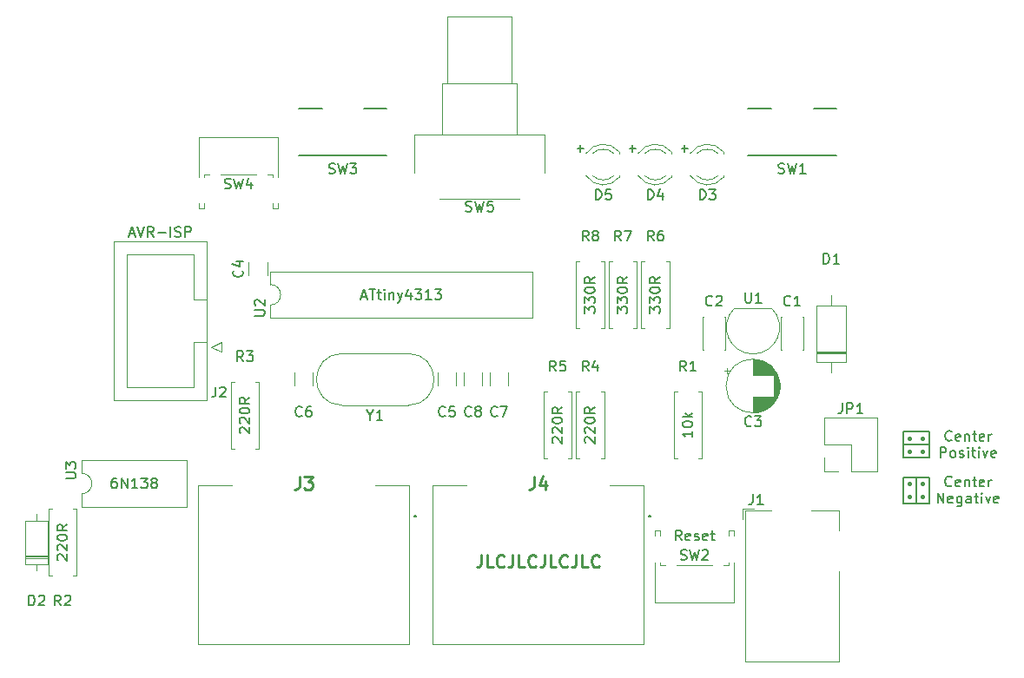
<source format=gbr>
%TF.GenerationSoftware,KiCad,Pcbnew,(6.0.11)*%
%TF.CreationDate,2023-08-23T01:54:35-07:00*%
%TF.ProjectId,miditwiddle,6d696469-7477-4696-9464-6c652e6b6963,rev?*%
%TF.SameCoordinates,PX9157080PY60e4b00*%
%TF.FileFunction,Legend,Top*%
%TF.FilePolarity,Positive*%
%FSLAX46Y46*%
G04 Gerber Fmt 4.6, Leading zero omitted, Abs format (unit mm)*
G04 Created by KiCad (PCBNEW (6.0.11)) date 2023-08-23 01:54:35*
%MOMM*%
%LPD*%
G01*
G04 APERTURE LIST*
%ADD10C,0.150000*%
%ADD11C,0.381000*%
%ADD12C,0.250000*%
%ADD13C,0.254000*%
%ADD14C,0.120000*%
%ADD15C,0.100000*%
%ADD16C,0.200000*%
G04 APERTURE END LIST*
D10*
X37465000Y-8255000D02*
X37465000Y-5715000D01*
X37465000Y-12700000D02*
X37465000Y-10160000D01*
D11*
X39367460Y-6350000D02*
X39370000Y-6350000D01*
X39367460Y-7620000D02*
X39370000Y-7620000D01*
X38100000Y-7620000D02*
X38102540Y-7620000D01*
X39367460Y-10795000D02*
X39370000Y-10795000D01*
X39367460Y-12065000D02*
X39370000Y-12065000D01*
X38100000Y-12065000D02*
X38102540Y-12065000D01*
X38100000Y-10795000D02*
X38102540Y-10795000D01*
D10*
X37465000Y-10160000D02*
X40005000Y-10160000D01*
X40005000Y-10160000D02*
X40005000Y-12700000D01*
X16192500Y22225000D02*
X16192500Y21590000D01*
X40005000Y-8255000D02*
X37465000Y-8255000D01*
X11112500Y22225000D02*
X11112500Y21590000D01*
D11*
X38100000Y-6350000D02*
X38102540Y-6350000D01*
D10*
X40005000Y-5715000D02*
X40005000Y-8255000D01*
X40005000Y-12700000D02*
X37465000Y-12700000D01*
X38735000Y-10160000D02*
X38735000Y-12700000D01*
X6032500Y21590000D02*
X6032500Y22225000D01*
X16510000Y21907500D02*
X15875000Y21907500D01*
X11430000Y21907500D02*
X10795000Y21907500D01*
X37465000Y-6985000D02*
X40005000Y-6985000D01*
X37465000Y-5715000D02*
X40005000Y-5715000D01*
X5715000Y21907500D02*
X6350000Y21907500D01*
X42219761Y-6537142D02*
X42172142Y-6584761D01*
X42029285Y-6632380D01*
X41934047Y-6632380D01*
X41791190Y-6584761D01*
X41695952Y-6489523D01*
X41648333Y-6394285D01*
X41600714Y-6203809D01*
X41600714Y-6060952D01*
X41648333Y-5870476D01*
X41695952Y-5775238D01*
X41791190Y-5680000D01*
X41934047Y-5632380D01*
X42029285Y-5632380D01*
X42172142Y-5680000D01*
X42219761Y-5727619D01*
X43029285Y-6584761D02*
X42934047Y-6632380D01*
X42743571Y-6632380D01*
X42648333Y-6584761D01*
X42600714Y-6489523D01*
X42600714Y-6108571D01*
X42648333Y-6013333D01*
X42743571Y-5965714D01*
X42934047Y-5965714D01*
X43029285Y-6013333D01*
X43076904Y-6108571D01*
X43076904Y-6203809D01*
X42600714Y-6299047D01*
X43505476Y-5965714D02*
X43505476Y-6632380D01*
X43505476Y-6060952D02*
X43553095Y-6013333D01*
X43648333Y-5965714D01*
X43791190Y-5965714D01*
X43886428Y-6013333D01*
X43934047Y-6108571D01*
X43934047Y-6632380D01*
X44267380Y-5965714D02*
X44648333Y-5965714D01*
X44410238Y-5632380D02*
X44410238Y-6489523D01*
X44457857Y-6584761D01*
X44553095Y-6632380D01*
X44648333Y-6632380D01*
X45362619Y-6584761D02*
X45267380Y-6632380D01*
X45076904Y-6632380D01*
X44981666Y-6584761D01*
X44934047Y-6489523D01*
X44934047Y-6108571D01*
X44981666Y-6013333D01*
X45076904Y-5965714D01*
X45267380Y-5965714D01*
X45362619Y-6013333D01*
X45410238Y-6108571D01*
X45410238Y-6203809D01*
X44934047Y-6299047D01*
X45838809Y-6632380D02*
X45838809Y-5965714D01*
X45838809Y-6156190D02*
X45886428Y-6060952D01*
X45934047Y-6013333D01*
X46029285Y-5965714D01*
X46124523Y-5965714D01*
X41124523Y-8242380D02*
X41124523Y-7242380D01*
X41505476Y-7242380D01*
X41600714Y-7290000D01*
X41648333Y-7337619D01*
X41695952Y-7432857D01*
X41695952Y-7575714D01*
X41648333Y-7670952D01*
X41600714Y-7718571D01*
X41505476Y-7766190D01*
X41124523Y-7766190D01*
X42267380Y-8242380D02*
X42172142Y-8194761D01*
X42124523Y-8147142D01*
X42076904Y-8051904D01*
X42076904Y-7766190D01*
X42124523Y-7670952D01*
X42172142Y-7623333D01*
X42267380Y-7575714D01*
X42410238Y-7575714D01*
X42505476Y-7623333D01*
X42553095Y-7670952D01*
X42600714Y-7766190D01*
X42600714Y-8051904D01*
X42553095Y-8147142D01*
X42505476Y-8194761D01*
X42410238Y-8242380D01*
X42267380Y-8242380D01*
X42981666Y-8194761D02*
X43076904Y-8242380D01*
X43267380Y-8242380D01*
X43362619Y-8194761D01*
X43410238Y-8099523D01*
X43410238Y-8051904D01*
X43362619Y-7956666D01*
X43267380Y-7909047D01*
X43124523Y-7909047D01*
X43029285Y-7861428D01*
X42981666Y-7766190D01*
X42981666Y-7718571D01*
X43029285Y-7623333D01*
X43124523Y-7575714D01*
X43267380Y-7575714D01*
X43362619Y-7623333D01*
X43838809Y-8242380D02*
X43838809Y-7575714D01*
X43838809Y-7242380D02*
X43791190Y-7290000D01*
X43838809Y-7337619D01*
X43886428Y-7290000D01*
X43838809Y-7242380D01*
X43838809Y-7337619D01*
X44172142Y-7575714D02*
X44553095Y-7575714D01*
X44315000Y-7242380D02*
X44315000Y-8099523D01*
X44362619Y-8194761D01*
X44457857Y-8242380D01*
X44553095Y-8242380D01*
X44886428Y-8242380D02*
X44886428Y-7575714D01*
X44886428Y-7242380D02*
X44838809Y-7290000D01*
X44886428Y-7337619D01*
X44934047Y-7290000D01*
X44886428Y-7242380D01*
X44886428Y-7337619D01*
X45267380Y-7575714D02*
X45505476Y-8242380D01*
X45743571Y-7575714D01*
X46505476Y-8194761D02*
X46410238Y-8242380D01*
X46219761Y-8242380D01*
X46124523Y-8194761D01*
X46076904Y-8099523D01*
X46076904Y-7718571D01*
X46124523Y-7623333D01*
X46219761Y-7575714D01*
X46410238Y-7575714D01*
X46505476Y-7623333D01*
X46553095Y-7718571D01*
X46553095Y-7813809D01*
X46076904Y-7909047D01*
D12*
X-3637858Y-17757857D02*
X-3637858Y-18615000D01*
X-3695000Y-18786428D01*
X-3809286Y-18900714D01*
X-3980715Y-18957857D01*
X-4095000Y-18957857D01*
X-2495000Y-18957857D02*
X-3066429Y-18957857D01*
X-3066429Y-17757857D01*
X-1409286Y-18843571D02*
X-1466429Y-18900714D01*
X-1637858Y-18957857D01*
X-1752143Y-18957857D01*
X-1923572Y-18900714D01*
X-2037858Y-18786428D01*
X-2095000Y-18672142D01*
X-2152143Y-18443571D01*
X-2152143Y-18272142D01*
X-2095000Y-18043571D01*
X-2037858Y-17929285D01*
X-1923572Y-17815000D01*
X-1752143Y-17757857D01*
X-1637858Y-17757857D01*
X-1466429Y-17815000D01*
X-1409286Y-17872142D01*
X-552143Y-17757857D02*
X-552143Y-18615000D01*
X-609286Y-18786428D01*
X-723572Y-18900714D01*
X-895000Y-18957857D01*
X-1009286Y-18957857D01*
X590714Y-18957857D02*
X19285Y-18957857D01*
X19285Y-17757857D01*
X1676428Y-18843571D02*
X1619285Y-18900714D01*
X1447857Y-18957857D01*
X1333571Y-18957857D01*
X1162142Y-18900714D01*
X1047857Y-18786428D01*
X990714Y-18672142D01*
X933571Y-18443571D01*
X933571Y-18272142D01*
X990714Y-18043571D01*
X1047857Y-17929285D01*
X1162142Y-17815000D01*
X1333571Y-17757857D01*
X1447857Y-17757857D01*
X1619285Y-17815000D01*
X1676428Y-17872142D01*
X2533571Y-17757857D02*
X2533571Y-18615000D01*
X2476428Y-18786428D01*
X2362142Y-18900714D01*
X2190714Y-18957857D01*
X2076428Y-18957857D01*
X3676428Y-18957857D02*
X3105000Y-18957857D01*
X3105000Y-17757857D01*
X4762142Y-18843571D02*
X4705000Y-18900714D01*
X4533571Y-18957857D01*
X4419285Y-18957857D01*
X4247857Y-18900714D01*
X4133571Y-18786428D01*
X4076428Y-18672142D01*
X4019285Y-18443571D01*
X4019285Y-18272142D01*
X4076428Y-18043571D01*
X4133571Y-17929285D01*
X4247857Y-17815000D01*
X4419285Y-17757857D01*
X4533571Y-17757857D01*
X4705000Y-17815000D01*
X4762142Y-17872142D01*
X5619285Y-17757857D02*
X5619285Y-18615000D01*
X5562142Y-18786428D01*
X5447857Y-18900714D01*
X5276428Y-18957857D01*
X5162142Y-18957857D01*
X6762142Y-18957857D02*
X6190714Y-18957857D01*
X6190714Y-17757857D01*
X7847857Y-18843571D02*
X7790714Y-18900714D01*
X7619285Y-18957857D01*
X7505000Y-18957857D01*
X7333571Y-18900714D01*
X7219285Y-18786428D01*
X7162142Y-18672142D01*
X7105000Y-18443571D01*
X7105000Y-18272142D01*
X7162142Y-18043571D01*
X7219285Y-17929285D01*
X7333571Y-17815000D01*
X7505000Y-17757857D01*
X7619285Y-17757857D01*
X7790714Y-17815000D01*
X7847857Y-17872142D01*
D10*
X42219761Y-10982142D02*
X42172142Y-11029761D01*
X42029285Y-11077380D01*
X41934047Y-11077380D01*
X41791190Y-11029761D01*
X41695952Y-10934523D01*
X41648333Y-10839285D01*
X41600714Y-10648809D01*
X41600714Y-10505952D01*
X41648333Y-10315476D01*
X41695952Y-10220238D01*
X41791190Y-10125000D01*
X41934047Y-10077380D01*
X42029285Y-10077380D01*
X42172142Y-10125000D01*
X42219761Y-10172619D01*
X43029285Y-11029761D02*
X42934047Y-11077380D01*
X42743571Y-11077380D01*
X42648333Y-11029761D01*
X42600714Y-10934523D01*
X42600714Y-10553571D01*
X42648333Y-10458333D01*
X42743571Y-10410714D01*
X42934047Y-10410714D01*
X43029285Y-10458333D01*
X43076904Y-10553571D01*
X43076904Y-10648809D01*
X42600714Y-10744047D01*
X43505476Y-10410714D02*
X43505476Y-11077380D01*
X43505476Y-10505952D02*
X43553095Y-10458333D01*
X43648333Y-10410714D01*
X43791190Y-10410714D01*
X43886428Y-10458333D01*
X43934047Y-10553571D01*
X43934047Y-11077380D01*
X44267380Y-10410714D02*
X44648333Y-10410714D01*
X44410238Y-10077380D02*
X44410238Y-10934523D01*
X44457857Y-11029761D01*
X44553095Y-11077380D01*
X44648333Y-11077380D01*
X45362619Y-11029761D02*
X45267380Y-11077380D01*
X45076904Y-11077380D01*
X44981666Y-11029761D01*
X44934047Y-10934523D01*
X44934047Y-10553571D01*
X44981666Y-10458333D01*
X45076904Y-10410714D01*
X45267380Y-10410714D01*
X45362619Y-10458333D01*
X45410238Y-10553571D01*
X45410238Y-10648809D01*
X44934047Y-10744047D01*
X45838809Y-11077380D02*
X45838809Y-10410714D01*
X45838809Y-10601190D02*
X45886428Y-10505952D01*
X45934047Y-10458333D01*
X46029285Y-10410714D01*
X46124523Y-10410714D01*
X40862619Y-12687380D02*
X40862619Y-11687380D01*
X41434047Y-12687380D01*
X41434047Y-11687380D01*
X42291190Y-12639761D02*
X42195952Y-12687380D01*
X42005476Y-12687380D01*
X41910238Y-12639761D01*
X41862619Y-12544523D01*
X41862619Y-12163571D01*
X41910238Y-12068333D01*
X42005476Y-12020714D01*
X42195952Y-12020714D01*
X42291190Y-12068333D01*
X42338809Y-12163571D01*
X42338809Y-12258809D01*
X41862619Y-12354047D01*
X43195952Y-12020714D02*
X43195952Y-12830238D01*
X43148333Y-12925476D01*
X43100714Y-12973095D01*
X43005476Y-13020714D01*
X42862619Y-13020714D01*
X42767380Y-12973095D01*
X43195952Y-12639761D02*
X43100714Y-12687380D01*
X42910238Y-12687380D01*
X42815000Y-12639761D01*
X42767380Y-12592142D01*
X42719761Y-12496904D01*
X42719761Y-12211190D01*
X42767380Y-12115952D01*
X42815000Y-12068333D01*
X42910238Y-12020714D01*
X43100714Y-12020714D01*
X43195952Y-12068333D01*
X44100714Y-12687380D02*
X44100714Y-12163571D01*
X44053095Y-12068333D01*
X43957857Y-12020714D01*
X43767380Y-12020714D01*
X43672142Y-12068333D01*
X44100714Y-12639761D02*
X44005476Y-12687380D01*
X43767380Y-12687380D01*
X43672142Y-12639761D01*
X43624523Y-12544523D01*
X43624523Y-12449285D01*
X43672142Y-12354047D01*
X43767380Y-12306428D01*
X44005476Y-12306428D01*
X44100714Y-12258809D01*
X44434047Y-12020714D02*
X44815000Y-12020714D01*
X44576904Y-11687380D02*
X44576904Y-12544523D01*
X44624523Y-12639761D01*
X44719761Y-12687380D01*
X44815000Y-12687380D01*
X45148333Y-12687380D02*
X45148333Y-12020714D01*
X45148333Y-11687380D02*
X45100714Y-11735000D01*
X45148333Y-11782619D01*
X45195952Y-11735000D01*
X45148333Y-11687380D01*
X45148333Y-11782619D01*
X45529285Y-12020714D02*
X45767380Y-12687380D01*
X46005476Y-12020714D01*
X46767380Y-12639761D02*
X46672142Y-12687380D01*
X46481666Y-12687380D01*
X46386428Y-12639761D01*
X46338809Y-12544523D01*
X46338809Y-12163571D01*
X46386428Y-12068333D01*
X46481666Y-12020714D01*
X46672142Y-12020714D01*
X46767380Y-12068333D01*
X46815000Y-12163571D01*
X46815000Y-12258809D01*
X46338809Y-12354047D01*
%TO.C,C2*%
X18883333Y6627858D02*
X18835714Y6580239D01*
X18692857Y6532620D01*
X18597619Y6532620D01*
X18454761Y6580239D01*
X18359523Y6675477D01*
X18311904Y6770715D01*
X18264285Y6961191D01*
X18264285Y7104048D01*
X18311904Y7294524D01*
X18359523Y7389762D01*
X18454761Y7485000D01*
X18597619Y7532620D01*
X18692857Y7532620D01*
X18835714Y7485000D01*
X18883333Y7437381D01*
X19264285Y7437381D02*
X19311904Y7485000D01*
X19407142Y7532620D01*
X19645238Y7532620D01*
X19740476Y7485000D01*
X19788095Y7437381D01*
X19835714Y7342143D01*
X19835714Y7246905D01*
X19788095Y7104048D01*
X19216666Y6532620D01*
X19835714Y6532620D01*
%TO.C,D5*%
X7516904Y16907620D02*
X7516904Y17907620D01*
X7755000Y17907620D01*
X7897857Y17860000D01*
X7993095Y17764762D01*
X8040714Y17669524D01*
X8088333Y17479048D01*
X8088333Y17336191D01*
X8040714Y17145715D01*
X7993095Y17050477D01*
X7897857Y16955239D01*
X7755000Y16907620D01*
X7516904Y16907620D01*
X8993095Y17907620D02*
X8516904Y17907620D01*
X8469285Y17431429D01*
X8516904Y17479048D01*
X8612142Y17526667D01*
X8850238Y17526667D01*
X8945476Y17479048D01*
X8993095Y17431429D01*
X9040714Y17336191D01*
X9040714Y17098096D01*
X8993095Y17002858D01*
X8945476Y16955239D01*
X8850238Y16907620D01*
X8612142Y16907620D01*
X8516904Y16955239D01*
X8469285Y17002858D01*
D13*
%TO.C,J3*%
X-21378334Y-10099523D02*
X-21378334Y-11006666D01*
X-21438810Y-11188095D01*
X-21559762Y-11309047D01*
X-21741191Y-11369523D01*
X-21862143Y-11369523D01*
X-20894524Y-10099523D02*
X-20108334Y-10099523D01*
X-20531667Y-10583333D01*
X-20350239Y-10583333D01*
X-20229286Y-10643809D01*
X-20168810Y-10704285D01*
X-20108334Y-10825238D01*
X-20108334Y-11127619D01*
X-20168810Y-11248571D01*
X-20229286Y-11309047D01*
X-20350239Y-11369523D01*
X-20713096Y-11369523D01*
X-20834048Y-11309047D01*
X-20894524Y-11248571D01*
%TO.C,J4*%
X1481666Y-10099523D02*
X1481666Y-11006666D01*
X1421190Y-11188095D01*
X1300238Y-11309047D01*
X1118809Y-11369523D01*
X997857Y-11369523D01*
X2630714Y-10522857D02*
X2630714Y-11369523D01*
X2328333Y-10039047D02*
X2025952Y-10946190D01*
X2812142Y-10946190D01*
D10*
%TO.C,R5*%
X3643333Y182620D02*
X3310000Y658810D01*
X3071904Y182620D02*
X3071904Y1182620D01*
X3452857Y1182620D01*
X3548095Y1135000D01*
X3595714Y1087381D01*
X3643333Y992143D01*
X3643333Y849286D01*
X3595714Y754048D01*
X3548095Y706429D01*
X3452857Y658810D01*
X3071904Y658810D01*
X4548095Y1182620D02*
X4071904Y1182620D01*
X4024285Y706429D01*
X4071904Y754048D01*
X4167142Y801667D01*
X4405238Y801667D01*
X4500476Y754048D01*
X4548095Y706429D01*
X4595714Y611191D01*
X4595714Y373096D01*
X4548095Y277858D01*
X4500476Y230239D01*
X4405238Y182620D01*
X4167142Y182620D01*
X4071904Y230239D01*
X4024285Y277858D01*
X3357619Y-6818095D02*
X3310000Y-6770476D01*
X3262380Y-6675238D01*
X3262380Y-6437142D01*
X3310000Y-6341904D01*
X3357619Y-6294285D01*
X3452857Y-6246666D01*
X3548095Y-6246666D01*
X3690952Y-6294285D01*
X4262380Y-6865714D01*
X4262380Y-6246666D01*
X3357619Y-5865714D02*
X3310000Y-5818095D01*
X3262380Y-5722857D01*
X3262380Y-5484761D01*
X3310000Y-5389523D01*
X3357619Y-5341904D01*
X3452857Y-5294285D01*
X3548095Y-5294285D01*
X3690952Y-5341904D01*
X4262380Y-5913333D01*
X4262380Y-5294285D01*
X3262380Y-4675238D02*
X3262380Y-4580000D01*
X3310000Y-4484761D01*
X3357619Y-4437142D01*
X3452857Y-4389523D01*
X3643333Y-4341904D01*
X3881428Y-4341904D01*
X4071904Y-4389523D01*
X4167142Y-4437142D01*
X4214761Y-4484761D01*
X4262380Y-4580000D01*
X4262380Y-4675238D01*
X4214761Y-4770476D01*
X4167142Y-4818095D01*
X4071904Y-4865714D01*
X3881428Y-4913333D01*
X3643333Y-4913333D01*
X3452857Y-4865714D01*
X3357619Y-4818095D01*
X3310000Y-4770476D01*
X3262380Y-4675238D01*
X4262380Y-3341904D02*
X3786190Y-3675238D01*
X4262380Y-3913333D02*
X3262380Y-3913333D01*
X3262380Y-3532380D01*
X3310000Y-3437142D01*
X3357619Y-3389523D01*
X3452857Y-3341904D01*
X3595714Y-3341904D01*
X3690952Y-3389523D01*
X3738571Y-3437142D01*
X3786190Y-3532380D01*
X3786190Y-3913333D01*
%TO.C,D1*%
X29741904Y10660120D02*
X29741904Y11660120D01*
X29980000Y11660120D01*
X30122857Y11612500D01*
X30218095Y11517262D01*
X30265714Y11422024D01*
X30313333Y11231548D01*
X30313333Y11088691D01*
X30265714Y10898215D01*
X30218095Y10802977D01*
X30122857Y10707739D01*
X29980000Y10660120D01*
X29741904Y10660120D01*
X31265714Y10660120D02*
X30694285Y10660120D01*
X30980000Y10660120D02*
X30980000Y11660120D01*
X30884761Y11517262D01*
X30789523Y11422024D01*
X30694285Y11374405D01*
%TO.C,JP1*%
X31551666Y-2944880D02*
X31551666Y-3659166D01*
X31504047Y-3802023D01*
X31408809Y-3897261D01*
X31265952Y-3944880D01*
X31170714Y-3944880D01*
X32027857Y-3944880D02*
X32027857Y-2944880D01*
X32408809Y-2944880D01*
X32504047Y-2992500D01*
X32551666Y-3040119D01*
X32599285Y-3135357D01*
X32599285Y-3278214D01*
X32551666Y-3373452D01*
X32504047Y-3421071D01*
X32408809Y-3468690D01*
X32027857Y-3468690D01*
X33551666Y-3944880D02*
X32980238Y-3944880D01*
X33265952Y-3944880D02*
X33265952Y-2944880D01*
X33170714Y-3087738D01*
X33075476Y-3182976D01*
X32980238Y-3230595D01*
%TO.C,SW2*%
X15811666Y-18184761D02*
X15954523Y-18232380D01*
X16192619Y-18232380D01*
X16287857Y-18184761D01*
X16335476Y-18137142D01*
X16383095Y-18041904D01*
X16383095Y-17946666D01*
X16335476Y-17851428D01*
X16287857Y-17803809D01*
X16192619Y-17756190D01*
X16002142Y-17708571D01*
X15906904Y-17660952D01*
X15859285Y-17613333D01*
X15811666Y-17518095D01*
X15811666Y-17422857D01*
X15859285Y-17327619D01*
X15906904Y-17280000D01*
X16002142Y-17232380D01*
X16240238Y-17232380D01*
X16383095Y-17280000D01*
X16716428Y-17232380D02*
X16954523Y-18232380D01*
X17145000Y-17518095D01*
X17335476Y-18232380D01*
X17573571Y-17232380D01*
X17906904Y-17327619D02*
X17954523Y-17280000D01*
X18049761Y-17232380D01*
X18287857Y-17232380D01*
X18383095Y-17280000D01*
X18430714Y-17327619D01*
X18478333Y-17422857D01*
X18478333Y-17518095D01*
X18430714Y-17660952D01*
X17859285Y-18232380D01*
X18478333Y-18232380D01*
X15906904Y-16327380D02*
X15573571Y-15851190D01*
X15335476Y-16327380D02*
X15335476Y-15327380D01*
X15716428Y-15327380D01*
X15811666Y-15375000D01*
X15859285Y-15422619D01*
X15906904Y-15517857D01*
X15906904Y-15660714D01*
X15859285Y-15755952D01*
X15811666Y-15803571D01*
X15716428Y-15851190D01*
X15335476Y-15851190D01*
X16716428Y-16279761D02*
X16621190Y-16327380D01*
X16430714Y-16327380D01*
X16335476Y-16279761D01*
X16287857Y-16184523D01*
X16287857Y-15803571D01*
X16335476Y-15708333D01*
X16430714Y-15660714D01*
X16621190Y-15660714D01*
X16716428Y-15708333D01*
X16764047Y-15803571D01*
X16764047Y-15898809D01*
X16287857Y-15994047D01*
X17145000Y-16279761D02*
X17240238Y-16327380D01*
X17430714Y-16327380D01*
X17525952Y-16279761D01*
X17573571Y-16184523D01*
X17573571Y-16136904D01*
X17525952Y-16041666D01*
X17430714Y-15994047D01*
X17287857Y-15994047D01*
X17192619Y-15946428D01*
X17145000Y-15851190D01*
X17145000Y-15803571D01*
X17192619Y-15708333D01*
X17287857Y-15660714D01*
X17430714Y-15660714D01*
X17525952Y-15708333D01*
X18383095Y-16279761D02*
X18287857Y-16327380D01*
X18097380Y-16327380D01*
X18002142Y-16279761D01*
X17954523Y-16184523D01*
X17954523Y-15803571D01*
X18002142Y-15708333D01*
X18097380Y-15660714D01*
X18287857Y-15660714D01*
X18383095Y-15708333D01*
X18430714Y-15803571D01*
X18430714Y-15898809D01*
X17954523Y-15994047D01*
X18716428Y-15660714D02*
X19097380Y-15660714D01*
X18859285Y-15327380D02*
X18859285Y-16184523D01*
X18906904Y-16279761D01*
X19002142Y-16327380D01*
X19097380Y-16327380D01*
%TO.C,R1*%
X16343333Y182620D02*
X16010000Y658810D01*
X15771904Y182620D02*
X15771904Y1182620D01*
X16152857Y1182620D01*
X16248095Y1135000D01*
X16295714Y1087381D01*
X16343333Y992143D01*
X16343333Y849286D01*
X16295714Y754048D01*
X16248095Y706429D01*
X16152857Y658810D01*
X15771904Y658810D01*
X17295714Y182620D02*
X16724285Y182620D01*
X17010000Y182620D02*
X17010000Y1182620D01*
X16914761Y1039762D01*
X16819523Y944524D01*
X16724285Y896905D01*
X16962380Y-5675238D02*
X16962380Y-6246666D01*
X16962380Y-5960952D02*
X15962380Y-5960952D01*
X16105238Y-6056190D01*
X16200476Y-6151428D01*
X16248095Y-6246666D01*
X15962380Y-5056190D02*
X15962380Y-4960952D01*
X16010000Y-4865714D01*
X16057619Y-4818095D01*
X16152857Y-4770476D01*
X16343333Y-4722857D01*
X16581428Y-4722857D01*
X16771904Y-4770476D01*
X16867142Y-4818095D01*
X16914761Y-4865714D01*
X16962380Y-4960952D01*
X16962380Y-5056190D01*
X16914761Y-5151428D01*
X16867142Y-5199047D01*
X16771904Y-5246666D01*
X16581428Y-5294285D01*
X16343333Y-5294285D01*
X16152857Y-5246666D01*
X16057619Y-5199047D01*
X16010000Y-5151428D01*
X15962380Y-5056190D01*
X16962380Y-4294285D02*
X15962380Y-4294285D01*
X16581428Y-4199047D02*
X16962380Y-3913333D01*
X16295714Y-3913333D02*
X16676666Y-4294285D01*
%TO.C,J2*%
X-29543334Y-1357380D02*
X-29543334Y-2071666D01*
X-29590953Y-2214523D01*
X-29686191Y-2309761D01*
X-29829048Y-2357380D01*
X-29924286Y-2357380D01*
X-29114762Y-1452619D02*
X-29067143Y-1405000D01*
X-28971905Y-1357380D01*
X-28733810Y-1357380D01*
X-28638572Y-1405000D01*
X-28590953Y-1452619D01*
X-28543334Y-1547857D01*
X-28543334Y-1643095D01*
X-28590953Y-1785952D01*
X-29162381Y-2357380D01*
X-28543334Y-2357380D01*
X-37925000Y13553334D02*
X-37448810Y13553334D01*
X-38020239Y13267620D02*
X-37686905Y14267620D01*
X-37353572Y13267620D01*
X-37163096Y14267620D02*
X-36829762Y13267620D01*
X-36496429Y14267620D01*
X-35591667Y13267620D02*
X-35925000Y13743810D01*
X-36163096Y13267620D02*
X-36163096Y14267620D01*
X-35782143Y14267620D01*
X-35686905Y14220000D01*
X-35639286Y14172381D01*
X-35591667Y14077143D01*
X-35591667Y13934286D01*
X-35639286Y13839048D01*
X-35686905Y13791429D01*
X-35782143Y13743810D01*
X-36163096Y13743810D01*
X-35163096Y13648572D02*
X-34401191Y13648572D01*
X-33925000Y13267620D02*
X-33925000Y14267620D01*
X-33496429Y13315239D02*
X-33353572Y13267620D01*
X-33115477Y13267620D01*
X-33020239Y13315239D01*
X-32972620Y13362858D01*
X-32925000Y13458096D01*
X-32925000Y13553334D01*
X-32972620Y13648572D01*
X-33020239Y13696191D01*
X-33115477Y13743810D01*
X-33305953Y13791429D01*
X-33401191Y13839048D01*
X-33448810Y13886667D01*
X-33496429Y13981905D01*
X-33496429Y14077143D01*
X-33448810Y14172381D01*
X-33401191Y14220000D01*
X-33305953Y14267620D01*
X-33067858Y14267620D01*
X-32925000Y14220000D01*
X-32496429Y13267620D02*
X-32496429Y14267620D01*
X-32115477Y14267620D01*
X-32020239Y14220000D01*
X-31972620Y14172381D01*
X-31925000Y14077143D01*
X-31925000Y13934286D01*
X-31972620Y13839048D01*
X-32020239Y13791429D01*
X-32115477Y13743810D01*
X-32496429Y13743810D01*
%TO.C,Y1*%
X-14446191Y-4103690D02*
X-14446191Y-4579880D01*
X-14779524Y-3579880D02*
X-14446191Y-4103690D01*
X-14112858Y-3579880D01*
X-13255715Y-4579880D02*
X-13827143Y-4579880D01*
X-13541429Y-4579880D02*
X-13541429Y-3579880D01*
X-13636667Y-3722738D01*
X-13731905Y-3817976D01*
X-13827143Y-3865595D01*
%TO.C,U2*%
X-25737620Y5588096D02*
X-24928096Y5588096D01*
X-24832858Y5635715D01*
X-24785239Y5683334D01*
X-24737620Y5778572D01*
X-24737620Y5969048D01*
X-24785239Y6064286D01*
X-24832858Y6111905D01*
X-24928096Y6159524D01*
X-25737620Y6159524D01*
X-25642381Y6588096D02*
X-25690000Y6635715D01*
X-25737620Y6730953D01*
X-25737620Y6969048D01*
X-25690000Y7064286D01*
X-25642381Y7111905D01*
X-25547143Y7159524D01*
X-25451905Y7159524D01*
X-25309048Y7111905D01*
X-24737620Y6540477D01*
X-24737620Y7159524D01*
X-15310953Y7453334D02*
X-14834762Y7453334D01*
X-15406191Y7167620D02*
X-15072858Y8167620D01*
X-14739524Y7167620D01*
X-14549048Y8167620D02*
X-13977620Y8167620D01*
X-14263334Y7167620D02*
X-14263334Y8167620D01*
X-13787143Y7834286D02*
X-13406191Y7834286D01*
X-13644286Y8167620D02*
X-13644286Y7310477D01*
X-13596667Y7215239D01*
X-13501429Y7167620D01*
X-13406191Y7167620D01*
X-13072858Y7167620D02*
X-13072858Y7834286D01*
X-13072858Y8167620D02*
X-13120477Y8120000D01*
X-13072858Y8072381D01*
X-13025239Y8120000D01*
X-13072858Y8167620D01*
X-13072858Y8072381D01*
X-12596667Y7834286D02*
X-12596667Y7167620D01*
X-12596667Y7739048D02*
X-12549048Y7786667D01*
X-12453810Y7834286D01*
X-12310953Y7834286D01*
X-12215715Y7786667D01*
X-12168096Y7691429D01*
X-12168096Y7167620D01*
X-11787143Y7834286D02*
X-11549048Y7167620D01*
X-11310953Y7834286D02*
X-11549048Y7167620D01*
X-11644286Y6929524D01*
X-11691905Y6881905D01*
X-11787143Y6834286D01*
X-10501429Y7834286D02*
X-10501429Y7167620D01*
X-10739524Y8215239D02*
X-10977620Y7500953D01*
X-10358572Y7500953D01*
X-10072858Y8167620D02*
X-9453810Y8167620D01*
X-9787143Y7786667D01*
X-9644286Y7786667D01*
X-9549048Y7739048D01*
X-9501429Y7691429D01*
X-9453810Y7596191D01*
X-9453810Y7358096D01*
X-9501429Y7262858D01*
X-9549048Y7215239D01*
X-9644286Y7167620D01*
X-9930000Y7167620D01*
X-10025239Y7215239D01*
X-10072858Y7262858D01*
X-8501429Y7167620D02*
X-9072858Y7167620D01*
X-8787143Y7167620D02*
X-8787143Y8167620D01*
X-8882381Y8024762D01*
X-8977620Y7929524D01*
X-9072858Y7881905D01*
X-8168096Y8167620D02*
X-7549048Y8167620D01*
X-7882381Y7786667D01*
X-7739524Y7786667D01*
X-7644286Y7739048D01*
X-7596667Y7691429D01*
X-7549048Y7596191D01*
X-7549048Y7358096D01*
X-7596667Y7262858D01*
X-7644286Y7215239D01*
X-7739524Y7167620D01*
X-8025239Y7167620D01*
X-8120477Y7215239D01*
X-8168096Y7262858D01*
%TO.C,C4*%
X-26947858Y9993334D02*
X-26900239Y9945715D01*
X-26852620Y9802858D01*
X-26852620Y9707620D01*
X-26900239Y9564762D01*
X-26995477Y9469524D01*
X-27090715Y9421905D01*
X-27281191Y9374286D01*
X-27424048Y9374286D01*
X-27614524Y9421905D01*
X-27709762Y9469524D01*
X-27805000Y9564762D01*
X-27852620Y9707620D01*
X-27852620Y9802858D01*
X-27805000Y9945715D01*
X-27757381Y9993334D01*
X-27519286Y10850477D02*
X-26852620Y10850477D01*
X-27900239Y10612381D02*
X-27185953Y10374286D01*
X-27185953Y10993334D01*
%TO.C,R4*%
X6818333Y182620D02*
X6485000Y658810D01*
X6246904Y182620D02*
X6246904Y1182620D01*
X6627857Y1182620D01*
X6723095Y1135000D01*
X6770714Y1087381D01*
X6818333Y992143D01*
X6818333Y849286D01*
X6770714Y754048D01*
X6723095Y706429D01*
X6627857Y658810D01*
X6246904Y658810D01*
X7675476Y849286D02*
X7675476Y182620D01*
X7437380Y1230239D02*
X7199285Y515953D01*
X7818333Y515953D01*
X6532619Y-6818095D02*
X6485000Y-6770476D01*
X6437380Y-6675238D01*
X6437380Y-6437142D01*
X6485000Y-6341904D01*
X6532619Y-6294285D01*
X6627857Y-6246666D01*
X6723095Y-6246666D01*
X6865952Y-6294285D01*
X7437380Y-6865714D01*
X7437380Y-6246666D01*
X6532619Y-5865714D02*
X6485000Y-5818095D01*
X6437380Y-5722857D01*
X6437380Y-5484761D01*
X6485000Y-5389523D01*
X6532619Y-5341904D01*
X6627857Y-5294285D01*
X6723095Y-5294285D01*
X6865952Y-5341904D01*
X7437380Y-5913333D01*
X7437380Y-5294285D01*
X6437380Y-4675238D02*
X6437380Y-4580000D01*
X6485000Y-4484761D01*
X6532619Y-4437142D01*
X6627857Y-4389523D01*
X6818333Y-4341904D01*
X7056428Y-4341904D01*
X7246904Y-4389523D01*
X7342142Y-4437142D01*
X7389761Y-4484761D01*
X7437380Y-4580000D01*
X7437380Y-4675238D01*
X7389761Y-4770476D01*
X7342142Y-4818095D01*
X7246904Y-4865714D01*
X7056428Y-4913333D01*
X6818333Y-4913333D01*
X6627857Y-4865714D01*
X6532619Y-4818095D01*
X6485000Y-4770476D01*
X6437380Y-4675238D01*
X7437380Y-3341904D02*
X6961190Y-3675238D01*
X7437380Y-3913333D02*
X6437380Y-3913333D01*
X6437380Y-3532380D01*
X6485000Y-3437142D01*
X6532619Y-3389523D01*
X6627857Y-3341904D01*
X6770714Y-3341904D01*
X6865952Y-3389523D01*
X6913571Y-3437142D01*
X6961190Y-3532380D01*
X6961190Y-3913333D01*
%TO.C,C1*%
X26503333Y6627858D02*
X26455714Y6580239D01*
X26312857Y6532620D01*
X26217619Y6532620D01*
X26074761Y6580239D01*
X25979523Y6675477D01*
X25931904Y6770715D01*
X25884285Y6961191D01*
X25884285Y7104048D01*
X25931904Y7294524D01*
X25979523Y7389762D01*
X26074761Y7485000D01*
X26217619Y7532620D01*
X26312857Y7532620D01*
X26455714Y7485000D01*
X26503333Y7437381D01*
X27455714Y6532620D02*
X26884285Y6532620D01*
X27170000Y6532620D02*
X27170000Y7532620D01*
X27074761Y7389762D01*
X26979523Y7294524D01*
X26884285Y7246905D01*
%TO.C,U1*%
X22098095Y7850120D02*
X22098095Y7040596D01*
X22145714Y6945358D01*
X22193333Y6897739D01*
X22288571Y6850120D01*
X22479047Y6850120D01*
X22574285Y6897739D01*
X22621904Y6945358D01*
X22669523Y7040596D01*
X22669523Y7850120D01*
X23669523Y6850120D02*
X23098095Y6850120D01*
X23383809Y6850120D02*
X23383809Y7850120D01*
X23288571Y7707262D01*
X23193333Y7612024D01*
X23098095Y7564405D01*
%TO.C,R6*%
X13168333Y12882620D02*
X12835000Y13358810D01*
X12596904Y12882620D02*
X12596904Y13882620D01*
X12977857Y13882620D01*
X13073095Y13835000D01*
X13120714Y13787381D01*
X13168333Y13692143D01*
X13168333Y13549286D01*
X13120714Y13454048D01*
X13073095Y13406429D01*
X12977857Y13358810D01*
X12596904Y13358810D01*
X14025476Y13882620D02*
X13835000Y13882620D01*
X13739761Y13835000D01*
X13692142Y13787381D01*
X13596904Y13644524D01*
X13549285Y13454048D01*
X13549285Y13073096D01*
X13596904Y12977858D01*
X13644523Y12930239D01*
X13739761Y12882620D01*
X13930238Y12882620D01*
X14025476Y12930239D01*
X14073095Y12977858D01*
X14120714Y13073096D01*
X14120714Y13311191D01*
X14073095Y13406429D01*
X14025476Y13454048D01*
X13930238Y13501667D01*
X13739761Y13501667D01*
X13644523Y13454048D01*
X13596904Y13406429D01*
X13549285Y13311191D01*
X12787380Y5834286D02*
X12787380Y6453334D01*
X13168333Y6120000D01*
X13168333Y6262858D01*
X13215952Y6358096D01*
X13263571Y6405715D01*
X13358809Y6453334D01*
X13596904Y6453334D01*
X13692142Y6405715D01*
X13739761Y6358096D01*
X13787380Y6262858D01*
X13787380Y5977143D01*
X13739761Y5881905D01*
X13692142Y5834286D01*
X12787380Y6786667D02*
X12787380Y7405715D01*
X13168333Y7072381D01*
X13168333Y7215239D01*
X13215952Y7310477D01*
X13263571Y7358096D01*
X13358809Y7405715D01*
X13596904Y7405715D01*
X13692142Y7358096D01*
X13739761Y7310477D01*
X13787380Y7215239D01*
X13787380Y6929524D01*
X13739761Y6834286D01*
X13692142Y6786667D01*
X12787380Y8024762D02*
X12787380Y8120000D01*
X12835000Y8215239D01*
X12882619Y8262858D01*
X12977857Y8310477D01*
X13168333Y8358096D01*
X13406428Y8358096D01*
X13596904Y8310477D01*
X13692142Y8262858D01*
X13739761Y8215239D01*
X13787380Y8120000D01*
X13787380Y8024762D01*
X13739761Y7929524D01*
X13692142Y7881905D01*
X13596904Y7834286D01*
X13406428Y7786667D01*
X13168333Y7786667D01*
X12977857Y7834286D01*
X12882619Y7881905D01*
X12835000Y7929524D01*
X12787380Y8024762D01*
X13787380Y9358096D02*
X13311190Y9024762D01*
X13787380Y8786667D02*
X12787380Y8786667D01*
X12787380Y9167620D01*
X12835000Y9262858D01*
X12882619Y9310477D01*
X12977857Y9358096D01*
X13120714Y9358096D01*
X13215952Y9310477D01*
X13263571Y9262858D01*
X13311190Y9167620D01*
X13311190Y8786667D01*
%TO.C,R7*%
X9993333Y12882620D02*
X9660000Y13358810D01*
X9421904Y12882620D02*
X9421904Y13882620D01*
X9802857Y13882620D01*
X9898095Y13835000D01*
X9945714Y13787381D01*
X9993333Y13692143D01*
X9993333Y13549286D01*
X9945714Y13454048D01*
X9898095Y13406429D01*
X9802857Y13358810D01*
X9421904Y13358810D01*
X10326666Y13882620D02*
X10993333Y13882620D01*
X10564761Y12882620D01*
X9612380Y5834286D02*
X9612380Y6453334D01*
X9993333Y6120000D01*
X9993333Y6262858D01*
X10040952Y6358096D01*
X10088571Y6405715D01*
X10183809Y6453334D01*
X10421904Y6453334D01*
X10517142Y6405715D01*
X10564761Y6358096D01*
X10612380Y6262858D01*
X10612380Y5977143D01*
X10564761Y5881905D01*
X10517142Y5834286D01*
X9612380Y6786667D02*
X9612380Y7405715D01*
X9993333Y7072381D01*
X9993333Y7215239D01*
X10040952Y7310477D01*
X10088571Y7358096D01*
X10183809Y7405715D01*
X10421904Y7405715D01*
X10517142Y7358096D01*
X10564761Y7310477D01*
X10612380Y7215239D01*
X10612380Y6929524D01*
X10564761Y6834286D01*
X10517142Y6786667D01*
X9612380Y8024762D02*
X9612380Y8120000D01*
X9660000Y8215239D01*
X9707619Y8262858D01*
X9802857Y8310477D01*
X9993333Y8358096D01*
X10231428Y8358096D01*
X10421904Y8310477D01*
X10517142Y8262858D01*
X10564761Y8215239D01*
X10612380Y8120000D01*
X10612380Y8024762D01*
X10564761Y7929524D01*
X10517142Y7881905D01*
X10421904Y7834286D01*
X10231428Y7786667D01*
X9993333Y7786667D01*
X9802857Y7834286D01*
X9707619Y7881905D01*
X9660000Y7929524D01*
X9612380Y8024762D01*
X10612380Y9358096D02*
X10136190Y9024762D01*
X10612380Y8786667D02*
X9612380Y8786667D01*
X9612380Y9167620D01*
X9660000Y9262858D01*
X9707619Y9310477D01*
X9802857Y9358096D01*
X9945714Y9358096D01*
X10040952Y9310477D01*
X10088571Y9262858D01*
X10136190Y9167620D01*
X10136190Y8786667D01*
%TO.C,D3*%
X17676904Y16907620D02*
X17676904Y17907620D01*
X17915000Y17907620D01*
X18057857Y17860000D01*
X18153095Y17764762D01*
X18200714Y17669524D01*
X18248333Y17479048D01*
X18248333Y17336191D01*
X18200714Y17145715D01*
X18153095Y17050477D01*
X18057857Y16955239D01*
X17915000Y16907620D01*
X17676904Y16907620D01*
X18581666Y17907620D02*
X19200714Y17907620D01*
X18867380Y17526667D01*
X19010238Y17526667D01*
X19105476Y17479048D01*
X19153095Y17431429D01*
X19200714Y17336191D01*
X19200714Y17098096D01*
X19153095Y17002858D01*
X19105476Y16955239D01*
X19010238Y16907620D01*
X18724523Y16907620D01*
X18629285Y16955239D01*
X18581666Y17002858D01*
%TO.C,D4*%
X12596904Y16907620D02*
X12596904Y17907620D01*
X12835000Y17907620D01*
X12977857Y17860000D01*
X13073095Y17764762D01*
X13120714Y17669524D01*
X13168333Y17479048D01*
X13168333Y17336191D01*
X13120714Y17145715D01*
X13073095Y17050477D01*
X12977857Y16955239D01*
X12835000Y16907620D01*
X12596904Y16907620D01*
X14025476Y17574286D02*
X14025476Y16907620D01*
X13787380Y17955239D02*
X13549285Y17240953D01*
X14168333Y17240953D01*
%TO.C,C3*%
X22693333Y-5119642D02*
X22645714Y-5167261D01*
X22502857Y-5214880D01*
X22407619Y-5214880D01*
X22264761Y-5167261D01*
X22169523Y-5072023D01*
X22121904Y-4976785D01*
X22074285Y-4786309D01*
X22074285Y-4643452D01*
X22121904Y-4452976D01*
X22169523Y-4357738D01*
X22264761Y-4262500D01*
X22407619Y-4214880D01*
X22502857Y-4214880D01*
X22645714Y-4262500D01*
X22693333Y-4310119D01*
X23026666Y-4214880D02*
X23645714Y-4214880D01*
X23312380Y-4595833D01*
X23455238Y-4595833D01*
X23550476Y-4643452D01*
X23598095Y-4691071D01*
X23645714Y-4786309D01*
X23645714Y-5024404D01*
X23598095Y-5119642D01*
X23550476Y-5167261D01*
X23455238Y-5214880D01*
X23169523Y-5214880D01*
X23074285Y-5167261D01*
X23026666Y-5119642D01*
%TO.C,SW1*%
X25336666Y19490239D02*
X25479523Y19442620D01*
X25717619Y19442620D01*
X25812857Y19490239D01*
X25860476Y19537858D01*
X25908095Y19633096D01*
X25908095Y19728334D01*
X25860476Y19823572D01*
X25812857Y19871191D01*
X25717619Y19918810D01*
X25527142Y19966429D01*
X25431904Y20014048D01*
X25384285Y20061667D01*
X25336666Y20156905D01*
X25336666Y20252143D01*
X25384285Y20347381D01*
X25431904Y20395000D01*
X25527142Y20442620D01*
X25765238Y20442620D01*
X25908095Y20395000D01*
X26241428Y20442620D02*
X26479523Y19442620D01*
X26670000Y20156905D01*
X26860476Y19442620D01*
X27098571Y20442620D01*
X28003333Y19442620D02*
X27431904Y19442620D01*
X27717619Y19442620D02*
X27717619Y20442620D01*
X27622380Y20299762D01*
X27527142Y20204524D01*
X27431904Y20156905D01*
%TO.C,SW3*%
X-18478334Y19490239D02*
X-18335477Y19442620D01*
X-18097381Y19442620D01*
X-18002143Y19490239D01*
X-17954524Y19537858D01*
X-17906905Y19633096D01*
X-17906905Y19728334D01*
X-17954524Y19823572D01*
X-18002143Y19871191D01*
X-18097381Y19918810D01*
X-18287858Y19966429D01*
X-18383096Y20014048D01*
X-18430715Y20061667D01*
X-18478334Y20156905D01*
X-18478334Y20252143D01*
X-18430715Y20347381D01*
X-18383096Y20395000D01*
X-18287858Y20442620D01*
X-18049762Y20442620D01*
X-17906905Y20395000D01*
X-17573572Y20442620D02*
X-17335477Y19442620D01*
X-17145000Y20156905D01*
X-16954524Y19442620D01*
X-16716429Y20442620D01*
X-16430715Y20442620D02*
X-15811667Y20442620D01*
X-16145000Y20061667D01*
X-16002143Y20061667D01*
X-15906905Y20014048D01*
X-15859286Y19966429D01*
X-15811667Y19871191D01*
X-15811667Y19633096D01*
X-15859286Y19537858D01*
X-15906905Y19490239D01*
X-16002143Y19442620D01*
X-16287858Y19442620D01*
X-16383096Y19490239D01*
X-16430715Y19537858D01*
%TO.C,R8*%
X6818333Y12882620D02*
X6485000Y13358810D01*
X6246904Y12882620D02*
X6246904Y13882620D01*
X6627857Y13882620D01*
X6723095Y13835000D01*
X6770714Y13787381D01*
X6818333Y13692143D01*
X6818333Y13549286D01*
X6770714Y13454048D01*
X6723095Y13406429D01*
X6627857Y13358810D01*
X6246904Y13358810D01*
X7389761Y13454048D02*
X7294523Y13501667D01*
X7246904Y13549286D01*
X7199285Y13644524D01*
X7199285Y13692143D01*
X7246904Y13787381D01*
X7294523Y13835000D01*
X7389761Y13882620D01*
X7580238Y13882620D01*
X7675476Y13835000D01*
X7723095Y13787381D01*
X7770714Y13692143D01*
X7770714Y13644524D01*
X7723095Y13549286D01*
X7675476Y13501667D01*
X7580238Y13454048D01*
X7389761Y13454048D01*
X7294523Y13406429D01*
X7246904Y13358810D01*
X7199285Y13263572D01*
X7199285Y13073096D01*
X7246904Y12977858D01*
X7294523Y12930239D01*
X7389761Y12882620D01*
X7580238Y12882620D01*
X7675476Y12930239D01*
X7723095Y12977858D01*
X7770714Y13073096D01*
X7770714Y13263572D01*
X7723095Y13358810D01*
X7675476Y13406429D01*
X7580238Y13454048D01*
X6437380Y5834286D02*
X6437380Y6453334D01*
X6818333Y6120000D01*
X6818333Y6262858D01*
X6865952Y6358096D01*
X6913571Y6405715D01*
X7008809Y6453334D01*
X7246904Y6453334D01*
X7342142Y6405715D01*
X7389761Y6358096D01*
X7437380Y6262858D01*
X7437380Y5977143D01*
X7389761Y5881905D01*
X7342142Y5834286D01*
X6437380Y6786667D02*
X6437380Y7405715D01*
X6818333Y7072381D01*
X6818333Y7215239D01*
X6865952Y7310477D01*
X6913571Y7358096D01*
X7008809Y7405715D01*
X7246904Y7405715D01*
X7342142Y7358096D01*
X7389761Y7310477D01*
X7437380Y7215239D01*
X7437380Y6929524D01*
X7389761Y6834286D01*
X7342142Y6786667D01*
X6437380Y8024762D02*
X6437380Y8120000D01*
X6485000Y8215239D01*
X6532619Y8262858D01*
X6627857Y8310477D01*
X6818333Y8358096D01*
X7056428Y8358096D01*
X7246904Y8310477D01*
X7342142Y8262858D01*
X7389761Y8215239D01*
X7437380Y8120000D01*
X7437380Y8024762D01*
X7389761Y7929524D01*
X7342142Y7881905D01*
X7246904Y7834286D01*
X7056428Y7786667D01*
X6818333Y7786667D01*
X6627857Y7834286D01*
X6532619Y7881905D01*
X6485000Y7929524D01*
X6437380Y8024762D01*
X7437380Y9358096D02*
X6961190Y9024762D01*
X7437380Y8786667D02*
X6437380Y8786667D01*
X6437380Y9167620D01*
X6485000Y9262858D01*
X6532619Y9310477D01*
X6627857Y9358096D01*
X6770714Y9358096D01*
X6865952Y9310477D01*
X6913571Y9262858D01*
X6961190Y9167620D01*
X6961190Y8786667D01*
%TO.C,SW4*%
X-28638334Y18010239D02*
X-28495477Y17962620D01*
X-28257381Y17962620D01*
X-28162143Y18010239D01*
X-28114524Y18057858D01*
X-28066905Y18153096D01*
X-28066905Y18248334D01*
X-28114524Y18343572D01*
X-28162143Y18391191D01*
X-28257381Y18438810D01*
X-28447858Y18486429D01*
X-28543096Y18534048D01*
X-28590715Y18581667D01*
X-28638334Y18676905D01*
X-28638334Y18772143D01*
X-28590715Y18867381D01*
X-28543096Y18915000D01*
X-28447858Y18962620D01*
X-28209762Y18962620D01*
X-28066905Y18915000D01*
X-27733572Y18962620D02*
X-27495477Y17962620D01*
X-27305000Y18676905D01*
X-27114524Y17962620D01*
X-26876429Y18962620D01*
X-26066905Y18629286D02*
X-26066905Y17962620D01*
X-26305000Y19010239D02*
X-26543096Y18295953D01*
X-25924048Y18295953D01*
%TO.C,C8*%
X-4611667Y-4167142D02*
X-4659286Y-4214761D01*
X-4802143Y-4262380D01*
X-4897381Y-4262380D01*
X-5040239Y-4214761D01*
X-5135477Y-4119523D01*
X-5183096Y-4024285D01*
X-5230715Y-3833809D01*
X-5230715Y-3690952D01*
X-5183096Y-3500476D01*
X-5135477Y-3405238D01*
X-5040239Y-3310000D01*
X-4897381Y-3262380D01*
X-4802143Y-3262380D01*
X-4659286Y-3310000D01*
X-4611667Y-3357619D01*
X-4040239Y-3690952D02*
X-4135477Y-3643333D01*
X-4183096Y-3595714D01*
X-4230715Y-3500476D01*
X-4230715Y-3452857D01*
X-4183096Y-3357619D01*
X-4135477Y-3310000D01*
X-4040239Y-3262380D01*
X-3849762Y-3262380D01*
X-3754524Y-3310000D01*
X-3706905Y-3357619D01*
X-3659286Y-3452857D01*
X-3659286Y-3500476D01*
X-3706905Y-3595714D01*
X-3754524Y-3643333D01*
X-3849762Y-3690952D01*
X-4040239Y-3690952D01*
X-4135477Y-3738571D01*
X-4183096Y-3786190D01*
X-4230715Y-3881428D01*
X-4230715Y-4071904D01*
X-4183096Y-4167142D01*
X-4135477Y-4214761D01*
X-4040239Y-4262380D01*
X-3849762Y-4262380D01*
X-3754524Y-4214761D01*
X-3706905Y-4167142D01*
X-3659286Y-4071904D01*
X-3659286Y-3881428D01*
X-3706905Y-3786190D01*
X-3754524Y-3738571D01*
X-3849762Y-3690952D01*
%TO.C,R2*%
X-44616667Y-22677380D02*
X-44950000Y-22201190D01*
X-45188096Y-22677380D02*
X-45188096Y-21677380D01*
X-44807143Y-21677380D01*
X-44711905Y-21725000D01*
X-44664286Y-21772619D01*
X-44616667Y-21867857D01*
X-44616667Y-22010714D01*
X-44664286Y-22105952D01*
X-44711905Y-22153571D01*
X-44807143Y-22201190D01*
X-45188096Y-22201190D01*
X-44235715Y-21772619D02*
X-44188096Y-21725000D01*
X-44092858Y-21677380D01*
X-43854762Y-21677380D01*
X-43759524Y-21725000D01*
X-43711905Y-21772619D01*
X-43664286Y-21867857D01*
X-43664286Y-21963095D01*
X-43711905Y-22105952D01*
X-44283334Y-22677380D01*
X-43664286Y-22677380D01*
X-44902381Y-18248095D02*
X-44950000Y-18200476D01*
X-44997620Y-18105238D01*
X-44997620Y-17867142D01*
X-44950000Y-17771904D01*
X-44902381Y-17724285D01*
X-44807143Y-17676666D01*
X-44711905Y-17676666D01*
X-44569048Y-17724285D01*
X-43997620Y-18295714D01*
X-43997620Y-17676666D01*
X-44902381Y-17295714D02*
X-44950000Y-17248095D01*
X-44997620Y-17152857D01*
X-44997620Y-16914761D01*
X-44950000Y-16819523D01*
X-44902381Y-16771904D01*
X-44807143Y-16724285D01*
X-44711905Y-16724285D01*
X-44569048Y-16771904D01*
X-43997620Y-17343333D01*
X-43997620Y-16724285D01*
X-44997620Y-16105238D02*
X-44997620Y-16010000D01*
X-44950000Y-15914761D01*
X-44902381Y-15867142D01*
X-44807143Y-15819523D01*
X-44616667Y-15771904D01*
X-44378572Y-15771904D01*
X-44188096Y-15819523D01*
X-44092858Y-15867142D01*
X-44045239Y-15914761D01*
X-43997620Y-16010000D01*
X-43997620Y-16105238D01*
X-44045239Y-16200476D01*
X-44092858Y-16248095D01*
X-44188096Y-16295714D01*
X-44378572Y-16343333D01*
X-44616667Y-16343333D01*
X-44807143Y-16295714D01*
X-44902381Y-16248095D01*
X-44950000Y-16200476D01*
X-44997620Y-16105238D01*
X-43997620Y-14771904D02*
X-44473810Y-15105238D01*
X-43997620Y-15343333D02*
X-44997620Y-15343333D01*
X-44997620Y-14962380D01*
X-44950000Y-14867142D01*
X-44902381Y-14819523D01*
X-44807143Y-14771904D01*
X-44664286Y-14771904D01*
X-44569048Y-14819523D01*
X-44521429Y-14867142D01*
X-44473810Y-14962380D01*
X-44473810Y-15343333D01*
%TO.C,D2*%
X-47728096Y-22677380D02*
X-47728096Y-21677380D01*
X-47490000Y-21677380D01*
X-47347143Y-21725000D01*
X-47251905Y-21820238D01*
X-47204286Y-21915476D01*
X-47156667Y-22105952D01*
X-47156667Y-22248809D01*
X-47204286Y-22439285D01*
X-47251905Y-22534523D01*
X-47347143Y-22629761D01*
X-47490000Y-22677380D01*
X-47728096Y-22677380D01*
X-46775715Y-21772619D02*
X-46728096Y-21725000D01*
X-46632858Y-21677380D01*
X-46394762Y-21677380D01*
X-46299524Y-21725000D01*
X-46251905Y-21772619D01*
X-46204286Y-21867857D01*
X-46204286Y-21963095D01*
X-46251905Y-22105952D01*
X-46823334Y-22677380D01*
X-46204286Y-22677380D01*
%TO.C,R3*%
X-26836667Y1135120D02*
X-27170000Y1611310D01*
X-27408096Y1135120D02*
X-27408096Y2135120D01*
X-27027143Y2135120D01*
X-26931905Y2087500D01*
X-26884286Y2039881D01*
X-26836667Y1944643D01*
X-26836667Y1801786D01*
X-26884286Y1706548D01*
X-26931905Y1658929D01*
X-27027143Y1611310D01*
X-27408096Y1611310D01*
X-26503334Y2135120D02*
X-25884286Y2135120D01*
X-26217620Y1754167D01*
X-26074762Y1754167D01*
X-25979524Y1706548D01*
X-25931905Y1658929D01*
X-25884286Y1563691D01*
X-25884286Y1325596D01*
X-25931905Y1230358D01*
X-25979524Y1182739D01*
X-26074762Y1135120D01*
X-26360477Y1135120D01*
X-26455715Y1182739D01*
X-26503334Y1230358D01*
X-27122381Y-5865595D02*
X-27170000Y-5817976D01*
X-27217620Y-5722738D01*
X-27217620Y-5484642D01*
X-27170000Y-5389404D01*
X-27122381Y-5341785D01*
X-27027143Y-5294166D01*
X-26931905Y-5294166D01*
X-26789048Y-5341785D01*
X-26217620Y-5913214D01*
X-26217620Y-5294166D01*
X-27122381Y-4913214D02*
X-27170000Y-4865595D01*
X-27217620Y-4770357D01*
X-27217620Y-4532261D01*
X-27170000Y-4437023D01*
X-27122381Y-4389404D01*
X-27027143Y-4341785D01*
X-26931905Y-4341785D01*
X-26789048Y-4389404D01*
X-26217620Y-4960833D01*
X-26217620Y-4341785D01*
X-27217620Y-3722738D02*
X-27217620Y-3627500D01*
X-27170000Y-3532261D01*
X-27122381Y-3484642D01*
X-27027143Y-3437023D01*
X-26836667Y-3389404D01*
X-26598572Y-3389404D01*
X-26408096Y-3437023D01*
X-26312858Y-3484642D01*
X-26265239Y-3532261D01*
X-26217620Y-3627500D01*
X-26217620Y-3722738D01*
X-26265239Y-3817976D01*
X-26312858Y-3865595D01*
X-26408096Y-3913214D01*
X-26598572Y-3960833D01*
X-26836667Y-3960833D01*
X-27027143Y-3913214D01*
X-27122381Y-3865595D01*
X-27170000Y-3817976D01*
X-27217620Y-3722738D01*
X-26217620Y-2389404D02*
X-26693810Y-2722738D01*
X-26217620Y-2960833D02*
X-27217620Y-2960833D01*
X-27217620Y-2579880D01*
X-27170000Y-2484642D01*
X-27122381Y-2437023D01*
X-27027143Y-2389404D01*
X-26884286Y-2389404D01*
X-26789048Y-2437023D01*
X-26741429Y-2484642D01*
X-26693810Y-2579880D01*
X-26693810Y-2960833D01*
%TO.C,C5*%
X-7151667Y-4167142D02*
X-7199286Y-4214761D01*
X-7342143Y-4262380D01*
X-7437381Y-4262380D01*
X-7580239Y-4214761D01*
X-7675477Y-4119523D01*
X-7723096Y-4024285D01*
X-7770715Y-3833809D01*
X-7770715Y-3690952D01*
X-7723096Y-3500476D01*
X-7675477Y-3405238D01*
X-7580239Y-3310000D01*
X-7437381Y-3262380D01*
X-7342143Y-3262380D01*
X-7199286Y-3310000D01*
X-7151667Y-3357619D01*
X-6246905Y-3262380D02*
X-6723096Y-3262380D01*
X-6770715Y-3738571D01*
X-6723096Y-3690952D01*
X-6627858Y-3643333D01*
X-6389762Y-3643333D01*
X-6294524Y-3690952D01*
X-6246905Y-3738571D01*
X-6199286Y-3833809D01*
X-6199286Y-4071904D01*
X-6246905Y-4167142D01*
X-6294524Y-4214761D01*
X-6389762Y-4262380D01*
X-6627858Y-4262380D01*
X-6723096Y-4214761D01*
X-6770715Y-4167142D01*
%TO.C,C6*%
X-21121667Y-4167142D02*
X-21169286Y-4214761D01*
X-21312143Y-4262380D01*
X-21407381Y-4262380D01*
X-21550239Y-4214761D01*
X-21645477Y-4119523D01*
X-21693096Y-4024285D01*
X-21740715Y-3833809D01*
X-21740715Y-3690952D01*
X-21693096Y-3500476D01*
X-21645477Y-3405238D01*
X-21550239Y-3310000D01*
X-21407381Y-3262380D01*
X-21312143Y-3262380D01*
X-21169286Y-3310000D01*
X-21121667Y-3357619D01*
X-20264524Y-3262380D02*
X-20455000Y-3262380D01*
X-20550239Y-3310000D01*
X-20597858Y-3357619D01*
X-20693096Y-3500476D01*
X-20740715Y-3690952D01*
X-20740715Y-4071904D01*
X-20693096Y-4167142D01*
X-20645477Y-4214761D01*
X-20550239Y-4262380D01*
X-20359762Y-4262380D01*
X-20264524Y-4214761D01*
X-20216905Y-4167142D01*
X-20169286Y-4071904D01*
X-20169286Y-3833809D01*
X-20216905Y-3738571D01*
X-20264524Y-3690952D01*
X-20359762Y-3643333D01*
X-20550239Y-3643333D01*
X-20645477Y-3690952D01*
X-20693096Y-3738571D01*
X-20740715Y-3833809D01*
%TO.C,C7*%
X-2071667Y-4167142D02*
X-2119286Y-4214761D01*
X-2262143Y-4262380D01*
X-2357381Y-4262380D01*
X-2500239Y-4214761D01*
X-2595477Y-4119523D01*
X-2643096Y-4024285D01*
X-2690715Y-3833809D01*
X-2690715Y-3690952D01*
X-2643096Y-3500476D01*
X-2595477Y-3405238D01*
X-2500239Y-3310000D01*
X-2357381Y-3262380D01*
X-2262143Y-3262380D01*
X-2119286Y-3310000D01*
X-2071667Y-3357619D01*
X-1738334Y-3262380D02*
X-1071667Y-3262380D01*
X-1500239Y-4262380D01*
%TO.C,U3*%
X-44152620Y-10286904D02*
X-43343096Y-10286904D01*
X-43247858Y-10239285D01*
X-43200239Y-10191666D01*
X-43152620Y-10096428D01*
X-43152620Y-9905952D01*
X-43200239Y-9810714D01*
X-43247858Y-9763095D01*
X-43343096Y-9715476D01*
X-44152620Y-9715476D01*
X-44152620Y-9334523D02*
X-44152620Y-8715476D01*
X-43771667Y-9048809D01*
X-43771667Y-8905952D01*
X-43724048Y-8810714D01*
X-43676429Y-8763095D01*
X-43581191Y-8715476D01*
X-43343096Y-8715476D01*
X-43247858Y-8763095D01*
X-43200239Y-8810714D01*
X-43152620Y-8905952D01*
X-43152620Y-9191666D01*
X-43200239Y-9286904D01*
X-43247858Y-9334523D01*
X-39226905Y-10247380D02*
X-39417381Y-10247380D01*
X-39512620Y-10295000D01*
X-39560239Y-10342619D01*
X-39655477Y-10485476D01*
X-39703096Y-10675952D01*
X-39703096Y-11056904D01*
X-39655477Y-11152142D01*
X-39607858Y-11199761D01*
X-39512620Y-11247380D01*
X-39322143Y-11247380D01*
X-39226905Y-11199761D01*
X-39179286Y-11152142D01*
X-39131667Y-11056904D01*
X-39131667Y-10818809D01*
X-39179286Y-10723571D01*
X-39226905Y-10675952D01*
X-39322143Y-10628333D01*
X-39512620Y-10628333D01*
X-39607858Y-10675952D01*
X-39655477Y-10723571D01*
X-39703096Y-10818809D01*
X-38703096Y-11247380D02*
X-38703096Y-10247380D01*
X-38131667Y-11247380D01*
X-38131667Y-10247380D01*
X-37131667Y-11247380D02*
X-37703096Y-11247380D01*
X-37417381Y-11247380D02*
X-37417381Y-10247380D01*
X-37512620Y-10390238D01*
X-37607858Y-10485476D01*
X-37703096Y-10533095D01*
X-36798334Y-10247380D02*
X-36179286Y-10247380D01*
X-36512620Y-10628333D01*
X-36369762Y-10628333D01*
X-36274524Y-10675952D01*
X-36226905Y-10723571D01*
X-36179286Y-10818809D01*
X-36179286Y-11056904D01*
X-36226905Y-11152142D01*
X-36274524Y-11199761D01*
X-36369762Y-11247380D01*
X-36655477Y-11247380D01*
X-36750715Y-11199761D01*
X-36798334Y-11152142D01*
X-35607858Y-10675952D02*
X-35703096Y-10628333D01*
X-35750715Y-10580714D01*
X-35798334Y-10485476D01*
X-35798334Y-10437857D01*
X-35750715Y-10342619D01*
X-35703096Y-10295000D01*
X-35607858Y-10247380D01*
X-35417381Y-10247380D01*
X-35322143Y-10295000D01*
X-35274524Y-10342619D01*
X-35226905Y-10437857D01*
X-35226905Y-10485476D01*
X-35274524Y-10580714D01*
X-35322143Y-10628333D01*
X-35417381Y-10675952D01*
X-35607858Y-10675952D01*
X-35703096Y-10723571D01*
X-35750715Y-10771190D01*
X-35798334Y-10866428D01*
X-35798334Y-11056904D01*
X-35750715Y-11152142D01*
X-35703096Y-11199761D01*
X-35607858Y-11247380D01*
X-35417381Y-11247380D01*
X-35322143Y-11199761D01*
X-35274524Y-11152142D01*
X-35226905Y-11056904D01*
X-35226905Y-10866428D01*
X-35274524Y-10771190D01*
X-35322143Y-10723571D01*
X-35417381Y-10675952D01*
%TO.C,J1*%
X22844166Y-11834880D02*
X22844166Y-12549166D01*
X22796547Y-12692023D01*
X22701309Y-12787261D01*
X22558452Y-12834880D01*
X22463214Y-12834880D01*
X23844166Y-12834880D02*
X23272738Y-12834880D01*
X23558452Y-12834880D02*
X23558452Y-11834880D01*
X23463214Y-11977738D01*
X23367976Y-12072976D01*
X23272738Y-12120595D01*
%TO.C,SW5*%
X-5143334Y15787739D02*
X-5000477Y15740120D01*
X-4762381Y15740120D01*
X-4667143Y15787739D01*
X-4619524Y15835358D01*
X-4571905Y15930596D01*
X-4571905Y16025834D01*
X-4619524Y16121072D01*
X-4667143Y16168691D01*
X-4762381Y16216310D01*
X-4952858Y16263929D01*
X-5048096Y16311548D01*
X-5095715Y16359167D01*
X-5143334Y16454405D01*
X-5143334Y16549643D01*
X-5095715Y16644881D01*
X-5048096Y16692500D01*
X-4952858Y16740120D01*
X-4714762Y16740120D01*
X-4571905Y16692500D01*
X-4238572Y16740120D02*
X-4000477Y15740120D01*
X-3810000Y16454405D01*
X-3619524Y15740120D01*
X-3381429Y16740120D01*
X-2524286Y16740120D02*
X-3000477Y16740120D01*
X-3048096Y16263929D01*
X-3000477Y16311548D01*
X-2905239Y16359167D01*
X-2667143Y16359167D01*
X-2571905Y16311548D01*
X-2524286Y16263929D01*
X-2476667Y16168691D01*
X-2476667Y15930596D01*
X-2524286Y15835358D01*
X-2571905Y15787739D01*
X-2667143Y15740120D01*
X-2905239Y15740120D01*
X-3000477Y15787739D01*
X-3048096Y15835358D01*
D14*
%TO.C,C2*%
X20170000Y2210000D02*
X20105000Y2210000D01*
X17995000Y2210000D02*
X17930000Y2210000D01*
X20170000Y5450000D02*
X20105000Y5450000D01*
X20170000Y5450000D02*
X20170000Y2210000D01*
X17930000Y5450000D02*
X17930000Y2210000D01*
X17995000Y5450000D02*
X17930000Y5450000D01*
%TO.C,D5*%
X9815000Y21400000D02*
X9815000Y21556000D01*
X9815000Y19084000D02*
X9815000Y19240000D01*
X6582665Y19241392D02*
G75*
G03*
X9815000Y19084484I1672335J1078608D01*
G01*
X7213870Y19240163D02*
G75*
G03*
X9295961Y19240000I1041130J1079837D01*
G01*
X9815000Y21555516D02*
G75*
G03*
X6582665Y21398608I-1560000J-1235516D01*
G01*
X9295961Y21400000D02*
G75*
G03*
X7213870Y21399837I-1040961J-1080000D01*
G01*
D15*
%TO.C,J3*%
X-27955000Y-10970000D02*
X-31205000Y-10970000D01*
D16*
X-10155000Y-13970000D02*
X-10155000Y-13970000D01*
D15*
X-31205000Y-26470000D02*
X-10705000Y-26470000D01*
X-10705000Y-26470000D02*
X-10705000Y-10970000D01*
X-31205000Y-10970000D02*
X-31205000Y-26470000D01*
D16*
X-9955000Y-13970000D02*
X-9955000Y-13970000D01*
D15*
X-10705000Y-10970000D02*
X-13955000Y-10970000D01*
D16*
X-10155000Y-13970000D02*
G75*
G03*
X-9955000Y-13970000I100000J0D01*
G01*
X-9955000Y-13970000D02*
G75*
G03*
X-10155000Y-13970000I-100000J0D01*
G01*
D15*
%TO.C,J4*%
X-8345000Y-10970000D02*
X-8345000Y-26470000D01*
D16*
X12905000Y-13970000D02*
X12905000Y-13970000D01*
D15*
X-5095000Y-10970000D02*
X-8345000Y-10970000D01*
X-8345000Y-26470000D02*
X12155000Y-26470000D01*
D16*
X12705000Y-13970000D02*
X12705000Y-13970000D01*
D15*
X12155000Y-10970000D02*
X8905000Y-10970000D01*
X12155000Y-26470000D02*
X12155000Y-10970000D01*
D16*
X12905000Y-13970000D02*
G75*
G03*
X12705000Y-13970000I-100000J0D01*
G01*
X12705000Y-13970000D02*
G75*
G03*
X12905000Y-13970000I100000J0D01*
G01*
D14*
%TO.C,R5*%
X2440000Y-1810000D02*
X2770000Y-1810000D01*
X5180000Y-8350000D02*
X5180000Y-1810000D01*
X4850000Y-8350000D02*
X5180000Y-8350000D01*
X5180000Y-1810000D02*
X4850000Y-1810000D01*
X2440000Y-8350000D02*
X2440000Y-1810000D01*
X2770000Y-8350000D02*
X2440000Y-8350000D01*
%TO.C,D1*%
X29010000Y2110000D02*
X31950000Y2110000D01*
X29010000Y6530000D02*
X29010000Y1090000D01*
X30480000Y7550000D02*
X30480000Y6530000D01*
X31950000Y1090000D02*
X31950000Y6530000D01*
X29010000Y1870000D02*
X31950000Y1870000D01*
X30480000Y70000D02*
X30480000Y1090000D01*
X29010000Y1990000D02*
X31950000Y1990000D01*
X29010000Y1090000D02*
X31950000Y1090000D01*
X31950000Y6530000D02*
X29010000Y6530000D01*
%TO.C,JP1*%
X34985000Y-9585000D02*
X34985000Y-4385000D01*
X29785000Y-9585000D02*
X29785000Y-8255000D01*
X32385000Y-6985000D02*
X29785000Y-6985000D01*
X31115000Y-9585000D02*
X29785000Y-9585000D01*
X32385000Y-9585000D02*
X32385000Y-6985000D01*
X29785000Y-4385000D02*
X34985000Y-4385000D01*
X32385000Y-9585000D02*
X34985000Y-9585000D01*
X29785000Y-6985000D02*
X29785000Y-4385000D01*
%TO.C,SW2*%
X13805000Y-15375000D02*
X13285000Y-15375000D01*
X21005000Y-15885000D02*
X21005000Y-15375000D01*
X21005000Y-22385000D02*
X21005000Y-18485000D01*
X20485000Y-18715000D02*
X19945000Y-18715000D01*
X13285000Y-22385000D02*
X13285000Y-18485000D01*
X13805000Y-15885000D02*
X13805000Y-15375000D01*
X21005000Y-15375000D02*
X20485000Y-15375000D01*
X13805000Y-18715000D02*
X13805000Y-18485000D01*
X13285000Y-15885000D02*
X13285000Y-15375000D01*
X20485000Y-15885000D02*
X20485000Y-15375000D01*
X21005000Y-22385000D02*
X13285000Y-22385000D01*
X20485000Y-18715000D02*
X20485000Y-18485000D01*
X14345000Y-18715000D02*
X13805000Y-18715000D01*
X18845000Y-18715000D02*
X15445000Y-18715000D01*
%TO.C,R1*%
X17880000Y-1810000D02*
X17880000Y-8350000D01*
X17550000Y-1810000D02*
X17880000Y-1810000D01*
X15470000Y-1810000D02*
X15140000Y-1810000D01*
X15140000Y-1810000D02*
X15140000Y-8350000D01*
X15140000Y-8350000D02*
X15470000Y-8350000D01*
X17880000Y-8350000D02*
X17550000Y-8350000D01*
%TO.C,J2*%
X-28975000Y3040000D02*
X-29975000Y2540000D01*
X-31675000Y7130000D02*
X-31675000Y7130000D01*
X-31675000Y-1370000D02*
X-38175000Y-1370000D01*
X-31675000Y7130000D02*
X-30365000Y7130000D01*
X-30365000Y3030000D02*
X-31675000Y3030000D01*
X-30365000Y-2670000D02*
X-39485000Y-2670000D01*
X-39485000Y-2670000D02*
X-39485000Y12830000D01*
X-39485000Y12830000D02*
X-30365000Y12830000D01*
X-38175000Y11530000D02*
X-31675000Y11530000D01*
X-38175000Y-1370000D02*
X-38175000Y11530000D01*
X-31675000Y3030000D02*
X-31675000Y-1370000D01*
X-30365000Y12830000D02*
X-30365000Y-2670000D01*
X-28975000Y2040000D02*
X-28975000Y3040000D01*
X-29975000Y2540000D02*
X-28975000Y2040000D01*
X-31675000Y11530000D02*
X-31675000Y7130000D01*
%TO.C,Y1*%
X-17170000Y1890000D02*
X-10770000Y1890000D01*
X-17170000Y-3160000D02*
X-10770000Y-3160000D01*
X-17170000Y1890000D02*
G75*
G03*
X-17170000Y-3160000I0J-2525000D01*
G01*
X-10770000Y-3160000D02*
G75*
G03*
X-10770000Y1890000I0J2525000D01*
G01*
%TO.C,U2*%
X-24190000Y5370000D02*
X1330000Y5370000D01*
X-24190000Y6620000D02*
X-24190000Y5370000D01*
X1330000Y5370000D02*
X1330000Y9870000D01*
X1330000Y9870000D02*
X-24190000Y9870000D01*
X-24190000Y9870000D02*
X-24190000Y8620000D01*
X-24190000Y6620000D02*
G75*
G03*
X-24190000Y8620000I0J1000000D01*
G01*
%TO.C,C4*%
X-24480000Y10809000D02*
X-24480000Y9551000D01*
X-26320000Y10809000D02*
X-26320000Y9551000D01*
%TO.C,R4*%
X5615000Y-8350000D02*
X5615000Y-1810000D01*
X5615000Y-1810000D02*
X5945000Y-1810000D01*
X8025000Y-8350000D02*
X8355000Y-8350000D01*
X5945000Y-8350000D02*
X5615000Y-8350000D01*
X8355000Y-8350000D02*
X8355000Y-1810000D01*
X8355000Y-1810000D02*
X8025000Y-1810000D01*
%TO.C,C1*%
X27725000Y2210000D02*
X27790000Y2210000D01*
X25550000Y5450000D02*
X25615000Y5450000D01*
X27790000Y2210000D02*
X27790000Y5450000D01*
X25550000Y2210000D02*
X25550000Y5450000D01*
X27725000Y5450000D02*
X27790000Y5450000D01*
X25550000Y2210000D02*
X25615000Y2210000D01*
%TO.C,U1*%
X24660000Y6295000D02*
X21060000Y6295000D01*
X21021522Y6283478D02*
G75*
G03*
X22860000Y1845000I1838478J-1838478D01*
G01*
X22860000Y1844999D02*
G75*
G03*
X24698478Y6283478I0J2600001D01*
G01*
%TO.C,R6*%
X14375000Y4350000D02*
X14705000Y4350000D01*
X11965000Y4350000D02*
X11965000Y10890000D01*
X14705000Y4350000D02*
X14705000Y10890000D01*
X11965000Y10890000D02*
X12295000Y10890000D01*
X12295000Y4350000D02*
X11965000Y4350000D01*
X14705000Y10890000D02*
X14375000Y10890000D01*
%TO.C,R7*%
X8790000Y10890000D02*
X9120000Y10890000D01*
X8790000Y4350000D02*
X8790000Y10890000D01*
X11200000Y4350000D02*
X11530000Y4350000D01*
X9120000Y4350000D02*
X8790000Y4350000D01*
X11530000Y10890000D02*
X11200000Y10890000D01*
X11530000Y4350000D02*
X11530000Y10890000D01*
%TO.C,D3*%
X19975000Y19084000D02*
X19975000Y19240000D01*
X19975000Y21400000D02*
X19975000Y21556000D01*
X17373870Y19240163D02*
G75*
G03*
X19455961Y19240000I1041130J1079837D01*
G01*
X19975000Y21555516D02*
G75*
G03*
X16742665Y21398608I-1560000J-1235516D01*
G01*
X19455961Y21400000D02*
G75*
G03*
X17373870Y21399837I-1040961J-1080000D01*
G01*
X16742665Y19241392D02*
G75*
G03*
X19975000Y19084484I1672335J1078608D01*
G01*
%TO.C,D4*%
X14895000Y21400000D02*
X14895000Y21556000D01*
X14895000Y19084000D02*
X14895000Y19240000D01*
X12293870Y19240163D02*
G75*
G03*
X14375961Y19240000I1041130J1079837D01*
G01*
X14895000Y21555516D02*
G75*
G03*
X11662665Y21398608I-1560000J-1235516D01*
G01*
X11662665Y19241392D02*
G75*
G03*
X14895000Y19084484I1672335J1078608D01*
G01*
X14375961Y21400000D02*
G75*
G03*
X12293870Y21399837I-1040961J-1080000D01*
G01*
%TO.C,C3*%
X25411000Y-752000D02*
X25411000Y-1788000D01*
X24491000Y-2310000D02*
X24491000Y-3274000D01*
X24611000Y631000D02*
X24611000Y-230000D01*
X24851000Y383000D02*
X24851000Y-230000D01*
X23891000Y1095000D02*
X23891000Y-230000D01*
X22970000Y-2310000D02*
X22970000Y-3848000D01*
X23771000Y1144000D02*
X23771000Y-230000D01*
X24971000Y230000D02*
X24971000Y-2770000D01*
X23891000Y-2310000D02*
X23891000Y-3635000D01*
X23731000Y1158000D02*
X23731000Y-230000D01*
X24651000Y-2310000D02*
X24651000Y-3134000D01*
X23530000Y1221000D02*
X23530000Y-230000D01*
X25011000Y173000D02*
X25011000Y-2713000D01*
X23050000Y-2310000D02*
X23050000Y-3843000D01*
X23611000Y1198000D02*
X23611000Y-230000D01*
X23090000Y1299000D02*
X23090000Y-230000D01*
X24211000Y-2310000D02*
X24211000Y-3470000D01*
X25171000Y-92000D02*
X25171000Y-2448000D01*
X24051000Y-2310000D02*
X24051000Y-3560000D01*
X24371000Y825000D02*
X24371000Y-230000D01*
X23571000Y1210000D02*
X23571000Y-230000D01*
X23811000Y-2310000D02*
X23811000Y-3668000D01*
X23931000Y-2310000D02*
X23931000Y-3618000D01*
X23170000Y1291000D02*
X23170000Y-230000D01*
X24131000Y977000D02*
X24131000Y-230000D01*
X22890000Y1310000D02*
X22890000Y-230000D01*
X24411000Y795000D02*
X24411000Y-230000D01*
X23651000Y-2310000D02*
X23651000Y-3725000D01*
X23210000Y-2310000D02*
X23210000Y-3826000D01*
X23010000Y-2310000D02*
X23010000Y-3846000D01*
X23210000Y1286000D02*
X23210000Y-230000D01*
X23370000Y-2310000D02*
X23370000Y-3798000D01*
X24451000Y-2310000D02*
X24451000Y-3305000D01*
X24331000Y852000D02*
X24331000Y-230000D01*
X23691000Y1172000D02*
X23691000Y-230000D01*
X24011000Y1040000D02*
X24011000Y-230000D01*
X20045225Y205000D02*
X20545225Y205000D01*
X24171000Y954000D02*
X24171000Y-230000D01*
X23250000Y1280000D02*
X23250000Y-230000D01*
X24211000Y930000D02*
X24211000Y-230000D01*
X23651000Y1185000D02*
X23651000Y-230000D01*
X23010000Y1306000D02*
X23010000Y-230000D01*
X24771000Y473000D02*
X24771000Y-230000D01*
X24131000Y-2310000D02*
X24131000Y-3517000D01*
X23811000Y1128000D02*
X23811000Y-230000D01*
X23450000Y-2310000D02*
X23450000Y-3781000D01*
X24051000Y1020000D02*
X24051000Y-230000D01*
X23410000Y1250000D02*
X23410000Y-230000D01*
X24531000Y-2310000D02*
X24531000Y-3241000D01*
X25051000Y113000D02*
X25051000Y-2653000D01*
X25371000Y-593000D02*
X25371000Y-1947000D01*
X23611000Y-2310000D02*
X23611000Y-3738000D01*
X24811000Y-2310000D02*
X24811000Y-2969000D01*
X24691000Y556000D02*
X24691000Y-230000D01*
X24851000Y-2310000D02*
X24851000Y-2923000D01*
X24571000Y-2310000D02*
X24571000Y-3207000D01*
X23130000Y-2310000D02*
X23130000Y-3835000D01*
X23330000Y1266000D02*
X23330000Y-230000D01*
X25211000Y-172000D02*
X25211000Y-2368000D01*
X22970000Y1308000D02*
X22970000Y-230000D01*
X24091000Y998000D02*
X24091000Y-230000D01*
X22850000Y-2310000D02*
X22850000Y-3850000D01*
X24171000Y-2310000D02*
X24171000Y-3494000D01*
X23771000Y-2310000D02*
X23771000Y-3684000D01*
X24771000Y-2310000D02*
X24771000Y-3013000D01*
X23851000Y1112000D02*
X23851000Y-230000D01*
X24251000Y-2310000D02*
X24251000Y-3445000D01*
X24291000Y879000D02*
X24291000Y-230000D01*
X23530000Y-2310000D02*
X23530000Y-3761000D01*
X24571000Y667000D02*
X24571000Y-230000D01*
X24251000Y905000D02*
X24251000Y-230000D01*
X25131000Y-19000D02*
X25131000Y-2521000D01*
X23490000Y1231000D02*
X23490000Y-230000D01*
X23450000Y1241000D02*
X23450000Y-230000D01*
X24691000Y-2310000D02*
X24691000Y-3096000D01*
X24651000Y594000D02*
X24651000Y-230000D01*
X24011000Y-2310000D02*
X24011000Y-3580000D01*
X24731000Y-2310000D02*
X24731000Y-3055000D01*
X23290000Y1273000D02*
X23290000Y-230000D01*
X24531000Y701000D02*
X24531000Y-230000D01*
X23691000Y-2310000D02*
X23691000Y-3712000D01*
X22930000Y1309000D02*
X22930000Y-230000D01*
X25331000Y-465000D02*
X25331000Y-2075000D01*
X22890000Y-2310000D02*
X22890000Y-3850000D01*
X23090000Y-2310000D02*
X23090000Y-3839000D01*
X23851000Y-2310000D02*
X23851000Y-3652000D01*
X23971000Y1059000D02*
X23971000Y-230000D01*
X24091000Y-2310000D02*
X24091000Y-3538000D01*
X25291000Y-355000D02*
X25291000Y-2185000D01*
X23971000Y-2310000D02*
X23971000Y-3599000D01*
X23931000Y1078000D02*
X23931000Y-230000D01*
X23250000Y-2310000D02*
X23250000Y-3820000D01*
X23571000Y-2310000D02*
X23571000Y-3750000D01*
X24491000Y734000D02*
X24491000Y-230000D01*
X23050000Y1303000D02*
X23050000Y-230000D01*
X25251000Y-259000D02*
X25251000Y-2281000D01*
X23370000Y1258000D02*
X23370000Y-230000D01*
X23490000Y-2310000D02*
X23490000Y-3771000D01*
X24331000Y-2310000D02*
X24331000Y-3392000D01*
X24291000Y-2310000D02*
X24291000Y-3419000D01*
X24731000Y515000D02*
X24731000Y-230000D01*
X24931000Y284000D02*
X24931000Y-2824000D01*
X23410000Y-2310000D02*
X23410000Y-3790000D01*
X24411000Y-2310000D02*
X24411000Y-3335000D01*
X20295225Y455000D02*
X20295225Y-45000D01*
X23290000Y-2310000D02*
X23290000Y-3813000D01*
X24611000Y-2310000D02*
X24611000Y-3171000D01*
X24451000Y765000D02*
X24451000Y-230000D01*
X22930000Y-2310000D02*
X22930000Y-3849000D01*
X23130000Y1295000D02*
X23130000Y-230000D01*
X24891000Y335000D02*
X24891000Y-2875000D01*
X23731000Y-2310000D02*
X23731000Y-3698000D01*
X23170000Y-2310000D02*
X23170000Y-3831000D01*
X24811000Y429000D02*
X24811000Y-230000D01*
X22850000Y1310000D02*
X22850000Y-230000D01*
X24371000Y-2310000D02*
X24371000Y-3365000D01*
X25091000Y49000D02*
X25091000Y-2589000D01*
X25451000Y-986000D02*
X25451000Y-1554000D01*
X23330000Y-2310000D02*
X23330000Y-3806000D01*
X25470000Y-1270000D02*
G75*
G03*
X25470000Y-1270000I-2620000J0D01*
G01*
D10*
%TO.C,SW1*%
X24670000Y25795000D02*
X22370000Y25795000D01*
X30970000Y21195000D02*
X22370000Y21195000D01*
X30970000Y25795000D02*
X28770000Y25795000D01*
%TO.C,SW3*%
X-12845000Y21195000D02*
X-21445000Y21195000D01*
X-12845000Y25795000D02*
X-15045000Y25795000D01*
X-19145000Y25795000D02*
X-21445000Y25795000D01*
D14*
%TO.C,R8*%
X5615000Y10890000D02*
X5945000Y10890000D01*
X8355000Y4350000D02*
X8355000Y10890000D01*
X5945000Y4350000D02*
X5615000Y4350000D01*
X8025000Y4350000D02*
X8355000Y4350000D01*
X8355000Y10890000D02*
X8025000Y10890000D01*
X5615000Y4350000D02*
X5615000Y10890000D01*
%TO.C,SW4*%
X-31165000Y23020000D02*
X-23445000Y23020000D01*
X-30645000Y19350000D02*
X-30105000Y19350000D01*
X-31165000Y16520000D02*
X-31165000Y16010000D01*
X-23965000Y16010000D02*
X-23445000Y16010000D01*
X-30645000Y19350000D02*
X-30645000Y19120000D01*
X-30645000Y16520000D02*
X-30645000Y16010000D01*
X-23965000Y16520000D02*
X-23965000Y16010000D01*
X-29005000Y19350000D02*
X-25605000Y19350000D01*
X-23965000Y19350000D02*
X-23965000Y19120000D01*
X-23445000Y23020000D02*
X-23445000Y19120000D01*
X-24505000Y19350000D02*
X-23965000Y19350000D01*
X-31165000Y23020000D02*
X-31165000Y19120000D01*
X-31165000Y16010000D02*
X-30645000Y16010000D01*
X-23445000Y16520000D02*
X-23445000Y16010000D01*
%TO.C,C8*%
X-3525000Y14000D02*
X-3525000Y-1244000D01*
X-5365000Y14000D02*
X-5365000Y-1244000D01*
%TO.C,R2*%
X-43410000Y-19780000D02*
X-43080000Y-19780000D01*
X-43080000Y-19780000D02*
X-43080000Y-13240000D01*
X-45490000Y-19780000D02*
X-45820000Y-19780000D01*
X-45820000Y-19780000D02*
X-45820000Y-13240000D01*
X-45820000Y-13240000D02*
X-45490000Y-13240000D01*
X-43080000Y-13240000D02*
X-43410000Y-13240000D01*
%TO.C,D2*%
X-48110000Y-14390000D02*
X-48110000Y-18630000D01*
X-45870000Y-18630000D02*
X-45870000Y-14390000D01*
X-48110000Y-17910000D02*
X-45870000Y-17910000D01*
X-48110000Y-17790000D02*
X-45870000Y-17790000D01*
X-46990000Y-13740000D02*
X-46990000Y-14390000D01*
X-48110000Y-18030000D02*
X-45870000Y-18030000D01*
X-48110000Y-18630000D02*
X-45870000Y-18630000D01*
X-46990000Y-19280000D02*
X-46990000Y-18630000D01*
X-45870000Y-14390000D02*
X-48110000Y-14390000D01*
%TO.C,R3*%
X-25300000Y-7397500D02*
X-25630000Y-7397500D01*
X-28040000Y-857500D02*
X-28040000Y-7397500D01*
X-28040000Y-7397500D02*
X-27710000Y-7397500D01*
X-25630000Y-857500D02*
X-25300000Y-857500D01*
X-27710000Y-857500D02*
X-28040000Y-857500D01*
X-25300000Y-857500D02*
X-25300000Y-7397500D01*
%TO.C,C5*%
X-7905000Y-1244000D02*
X-7905000Y14000D01*
X-6065000Y-1244000D02*
X-6065000Y14000D01*
%TO.C,C6*%
X-20035000Y-1244000D02*
X-20035000Y14000D01*
X-21875000Y-1244000D02*
X-21875000Y14000D01*
%TO.C,C7*%
X-2825000Y14000D02*
X-2825000Y-1244000D01*
X-985000Y14000D02*
X-985000Y-1244000D01*
%TO.C,U3*%
X-42605000Y-13045000D02*
X-32325000Y-13045000D01*
X-32325000Y-13045000D02*
X-32325000Y-8545000D01*
X-42605000Y-11795000D02*
X-42605000Y-13045000D01*
X-32325000Y-8545000D02*
X-42605000Y-8545000D01*
X-42605000Y-8545000D02*
X-42605000Y-9795000D01*
X-42605000Y-11795000D02*
G75*
G03*
X-42605000Y-9795000I0J1000000D01*
G01*
%TO.C,J1*%
X22920000Y-13220000D02*
X21870000Y-13220000D01*
X28570000Y-13420000D02*
X31270000Y-13420000D01*
X22070000Y-28120000D02*
X22070000Y-13420000D01*
X21870000Y-14270000D02*
X21870000Y-13220000D01*
X22070000Y-13420000D02*
X24670000Y-13420000D01*
X31270000Y-13420000D02*
X31270000Y-15320000D01*
X31270000Y-19320000D02*
X31270000Y-28120000D01*
X31270000Y-28120000D02*
X22070000Y-28120000D01*
%TO.C,SW5*%
X-6930000Y28257500D02*
X-690000Y28257500D01*
X-6930000Y34757500D02*
X-690000Y34757500D01*
X-7330000Y23257500D02*
X-290000Y23257500D01*
X-6930000Y28257500D02*
X-6930000Y34757500D01*
X-10180000Y23257500D02*
X2560000Y23257500D01*
X2560000Y19537500D02*
X2560000Y23257500D01*
X-7430000Y23257500D02*
X-7430000Y28257500D01*
X-190000Y23257500D02*
X-190000Y28257500D01*
X-10180000Y19537500D02*
X-10180000Y23257500D01*
X-7430000Y28257500D02*
X-190000Y28257500D01*
X-7710000Y17017500D02*
X90000Y17017500D01*
X-690000Y28257500D02*
X-690000Y34757500D01*
%TD*%
M02*

</source>
